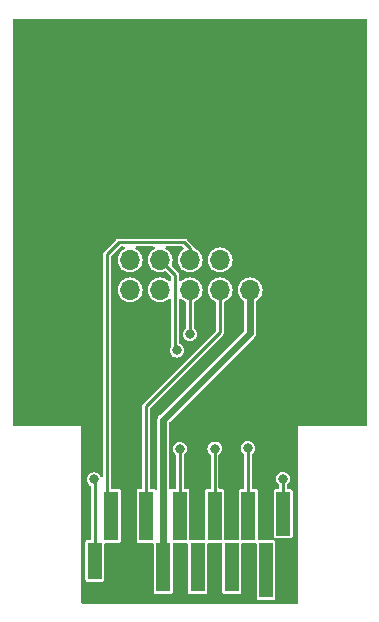
<source format=gbr>
%TF.GenerationSoftware,KiCad,Pcbnew,7.0.7*%
%TF.CreationDate,2024-03-02T19:00:10-05:00*%
%TF.ProjectId,BBAMemCardPCB,4242414d-656d-4436-9172-645043422e6b,rev?*%
%TF.SameCoordinates,Original*%
%TF.FileFunction,Copper,L1,Top*%
%TF.FilePolarity,Positive*%
%FSLAX46Y46*%
G04 Gerber Fmt 4.6, Leading zero omitted, Abs format (unit mm)*
G04 Created by KiCad (PCBNEW 7.0.7) date 2024-03-02 19:00:10*
%MOMM*%
%LPD*%
G01*
G04 APERTURE LIST*
%TA.AperFunction,ComponentPad*%
%ADD10R,1.700000X1.700000*%
%TD*%
%TA.AperFunction,ComponentPad*%
%ADD11O,1.700000X1.700000*%
%TD*%
%TA.AperFunction,SMDPad,CuDef*%
%ADD12R,1.187403X3.143131*%
%TD*%
%TA.AperFunction,SMDPad,CuDef*%
%ADD13R,1.187403X4.190840*%
%TD*%
%TA.AperFunction,SMDPad,CuDef*%
%ADD14R,1.187403X4.679771*%
%TD*%
%TA.AperFunction,SMDPad,CuDef*%
%ADD15R,1.187403X3.771756*%
%TD*%
%TA.AperFunction,ViaPad*%
%ADD16C,0.800000*%
%TD*%
%TA.AperFunction,Conductor*%
%ADD17C,0.250000*%
%TD*%
%TA.AperFunction,Conductor*%
%ADD18C,0.600000*%
%TD*%
G04 APERTURE END LIST*
D10*
%TO.P,J2,1,Pin_1*%
%TO.N,/GND*%
X144297400Y-93758000D03*
D11*
%TO.P,J2,2,Pin_2*%
%TO.N,/VCC*%
X144297400Y-96298000D03*
%TO.P,J2,3,Pin_3*%
%TO.N,/RST*%
X141757400Y-93758000D03*
%TO.P,J2,4,Pin_4*%
%TO.N,/CS*%
X141757400Y-96298000D03*
%TO.P,J2,5,Pin_5*%
%TO.N,/SCK*%
X139217400Y-93758000D03*
%TO.P,J2,6,Pin_6*%
%TO.N,/SI*%
X139217400Y-96298000D03*
%TO.P,J2,7,Pin_7*%
%TO.N,/SO*%
X136677400Y-93758000D03*
%TO.P,J2,8,Pin_8*%
%TO.N,/WOL*%
X136677400Y-96298000D03*
%TO.P,J2,9,Pin_9*%
%TO.N,/INT*%
X134137400Y-93758000D03*
%TO.P,J2,10,Pin_10*%
%TO.N,/CLK*%
X134137400Y-96298000D03*
%TD*%
D12*
%TO.P,J1,12,EXTOUT*%
%TO.N,Net-(J1-EXTIN)*%
X131148000Y-119229000D03*
D13*
%TO.P,J1,11,CLK*%
%TO.N,/SCK*%
X132548000Y-115429000D03*
D14*
%TO.P,J1,10,GND@10*%
%TO.N,/GND*%
X134048000Y-119979000D03*
D13*
%TO.P,J1,9,CS*%
%TO.N,/CS*%
X135498000Y-115429000D03*
%TO.P,J1,8,3V3@8*%
%TO.N,/VCC*%
X136948000Y-119779000D03*
%TO.P,J1,7,DI*%
%TO.N,/SO*%
X138348000Y-115429000D03*
%TO.P,J1,6,5V*%
%TO.N,unconnected-(J1-5V-Pad6)*%
X139848000Y-119779000D03*
%TO.P,J1,5,DO*%
%TO.N,/SI*%
X141298000Y-115429000D03*
%TO.P,J1,4,3V3@4*%
%TO.N,unconnected-(J1-3V3@4-Pad4)*%
X142748000Y-119779000D03*
%TO.P,J1,3,INT*%
%TO.N,/INT*%
X144148000Y-115429000D03*
D14*
%TO.P,J1,2,GND@2*%
%TO.N,unconnected-(J1-GND@2-Pad2)*%
X145648000Y-120029000D03*
D15*
%TO.P,J1,1,EXTIN*%
%TO.N,Net-(J1-EXTIN)*%
X147098000Y-115229000D03*
%TD*%
D16*
%TO.N,/GND*%
X152527000Y-92557600D03*
X147294600Y-74853800D03*
X140995400Y-75006200D03*
X132740400Y-75107800D03*
X125831600Y-98679000D03*
X125882400Y-92913200D03*
X125933200Y-86233000D03*
X125984000Y-79527400D03*
X152425400Y-74599800D03*
X125933200Y-74904600D03*
X152476200Y-79679800D03*
X152476200Y-86055200D03*
X152628600Y-99568000D03*
X125984000Y-105689400D03*
X135178800Y-102793800D03*
X139903200Y-107010200D03*
X142722600Y-107111800D03*
X152628600Y-106172000D03*
%TO.N,Net-(J1-EXTIN)*%
X147091400Y-112293400D03*
X131089400Y-112344200D03*
%TO.N,/GND*%
X134035800Y-109372400D03*
%TO.N,/INT*%
X144094200Y-109702600D03*
%TO.N,/SO*%
X138353800Y-109753400D03*
X138099800Y-101422200D03*
%TO.N,/SI*%
X141298000Y-109728000D03*
X139192000Y-100050600D03*
%TD*%
D17*
%TO.N,/SO*%
X138348000Y-109759200D02*
X138348000Y-115429000D01*
X138353800Y-109753400D02*
X138348000Y-109759200D01*
%TO.N,/SI*%
X141298000Y-109728000D02*
X141298000Y-115429000D01*
%TO.N,/INT*%
X144148000Y-109756400D02*
X144148000Y-115429000D01*
X144094200Y-109702600D02*
X144148000Y-109756400D01*
%TO.N,/SI*%
X139217400Y-100025200D02*
X139217400Y-96298000D01*
X139192000Y-100050600D02*
X139217400Y-100025200D01*
%TO.N,/SO*%
X137947400Y-101269800D02*
X137947400Y-95028000D01*
X138099800Y-101422200D02*
X137947400Y-101269800D01*
X137947400Y-95028000D02*
X136677400Y-93758000D01*
%TO.N,/SCK*%
X132181600Y-115062600D02*
X132548000Y-115429000D01*
X132181600Y-93294200D02*
X132181600Y-115062600D01*
X133197600Y-92278200D02*
X132181600Y-93294200D01*
X138709400Y-92278200D02*
X133197600Y-92278200D01*
X139217400Y-92786200D02*
X138709400Y-92278200D01*
X139217400Y-93758000D02*
X139217400Y-92786200D01*
%TO.N,/CS*%
X135498000Y-106157600D02*
X135498000Y-115429000D01*
X141757400Y-96298000D02*
X141757400Y-99898200D01*
X141757400Y-99898200D02*
X135498000Y-106157600D01*
D18*
%TO.N,/VCC*%
X136948000Y-107298400D02*
X136948000Y-119779000D01*
X144297400Y-99949000D02*
X136948000Y-107298400D01*
X144297400Y-96298000D02*
X144297400Y-99949000D01*
D17*
%TO.N,Net-(J1-EXTIN)*%
X147091400Y-112293400D02*
X147091400Y-115222400D01*
X147091400Y-115222400D02*
X147098000Y-115229000D01*
X131148000Y-112402800D02*
X131089400Y-112344200D01*
X131148000Y-119229000D02*
X131148000Y-112402800D01*
%TO.N,/GND*%
X134048000Y-109384600D02*
X134035800Y-109372400D01*
D18*
X134048000Y-119979000D02*
X134048000Y-109384600D01*
%TD*%
%TA.AperFunction,Conductor*%
%TO.N,/GND*%
G36*
X154133239Y-73339825D02*
G01*
X154178994Y-73392629D01*
X154190200Y-73444140D01*
X154190200Y-107695960D01*
X154170515Y-107762999D01*
X154117711Y-107808754D01*
X154066200Y-107819960D01*
X148416640Y-107819960D01*
X148416434Y-107819919D01*
X148391880Y-107819919D01*
X148391781Y-107819960D01*
X148391497Y-107820076D01*
X148391495Y-107820078D01*
X148391339Y-107820459D01*
X148391356Y-107845076D01*
X148391351Y-107845076D01*
X148391380Y-107845219D01*
X148391380Y-122735300D01*
X148371695Y-122802339D01*
X148318891Y-122848094D01*
X148267380Y-122859300D01*
X130116620Y-122859300D01*
X130049581Y-122839615D01*
X130003826Y-122786811D01*
X129992620Y-122735300D01*
X129992620Y-120820318D01*
X130353798Y-120820318D01*
X130365429Y-120878795D01*
X130365430Y-120878796D01*
X130409745Y-120945118D01*
X130476067Y-120989433D01*
X130476068Y-120989434D01*
X130534545Y-121001065D01*
X130534548Y-121001066D01*
X130534550Y-121001066D01*
X131761452Y-121001066D01*
X131761453Y-121001065D01*
X131776270Y-120998118D01*
X131819931Y-120989434D01*
X131819931Y-120989433D01*
X131819933Y-120989433D01*
X131886254Y-120945118D01*
X131930569Y-120878797D01*
X131930569Y-120878795D01*
X131930570Y-120878795D01*
X131942201Y-120820318D01*
X131942202Y-120820316D01*
X131942202Y-117848920D01*
X131961887Y-117781881D01*
X132014691Y-117736126D01*
X132066202Y-117724920D01*
X133161452Y-117724920D01*
X133161453Y-117724919D01*
X133176270Y-117721972D01*
X133219931Y-117713288D01*
X133219931Y-117713287D01*
X133219933Y-117713287D01*
X133286254Y-117668972D01*
X133330569Y-117602651D01*
X133330569Y-117602649D01*
X133330570Y-117602649D01*
X133339254Y-117558988D01*
X133342201Y-117544172D01*
X134703798Y-117544172D01*
X134715429Y-117602649D01*
X134715430Y-117602650D01*
X134759745Y-117668972D01*
X134826067Y-117713287D01*
X134826068Y-117713288D01*
X134884545Y-117724919D01*
X134884548Y-117724920D01*
X136029798Y-117724920D01*
X136096837Y-117744605D01*
X136142592Y-117797409D01*
X136153798Y-117848920D01*
X136153798Y-121894172D01*
X136165429Y-121952649D01*
X136165430Y-121952650D01*
X136209745Y-122018972D01*
X136276067Y-122063287D01*
X136276068Y-122063288D01*
X136334545Y-122074919D01*
X136334548Y-122074920D01*
X136334550Y-122074920D01*
X137561452Y-122074920D01*
X137561453Y-122074919D01*
X137576270Y-122071972D01*
X137619931Y-122063288D01*
X137619931Y-122063287D01*
X137619933Y-122063287D01*
X137686254Y-122018972D01*
X137730569Y-121952651D01*
X137730569Y-121952649D01*
X137730570Y-121952649D01*
X137742201Y-121894172D01*
X137742202Y-121894170D01*
X137742202Y-117848920D01*
X137761887Y-117781881D01*
X137814691Y-117736126D01*
X137866202Y-117724920D01*
X138929798Y-117724920D01*
X138996837Y-117744605D01*
X139042592Y-117797409D01*
X139053798Y-117848920D01*
X139053798Y-121894172D01*
X139065429Y-121952649D01*
X139065430Y-121952650D01*
X139109745Y-122018972D01*
X139176067Y-122063287D01*
X139176068Y-122063288D01*
X139234545Y-122074919D01*
X139234548Y-122074920D01*
X139234550Y-122074920D01*
X140461452Y-122074920D01*
X140461453Y-122074919D01*
X140476270Y-122071972D01*
X140519931Y-122063288D01*
X140519931Y-122063287D01*
X140519933Y-122063287D01*
X140586254Y-122018972D01*
X140630569Y-121952651D01*
X140630569Y-121952649D01*
X140630570Y-121952649D01*
X140642201Y-121894172D01*
X140642202Y-121894170D01*
X140642202Y-117848920D01*
X140661887Y-117781881D01*
X140714691Y-117736126D01*
X140766202Y-117724920D01*
X141829798Y-117724920D01*
X141896837Y-117744605D01*
X141942592Y-117797409D01*
X141953798Y-117848920D01*
X141953798Y-121894172D01*
X141965429Y-121952649D01*
X141965430Y-121952650D01*
X142009745Y-122018972D01*
X142076067Y-122063287D01*
X142076068Y-122063288D01*
X142134545Y-122074919D01*
X142134548Y-122074920D01*
X142134550Y-122074920D01*
X143361452Y-122074920D01*
X143361453Y-122074919D01*
X143376270Y-122071972D01*
X143419931Y-122063288D01*
X143419931Y-122063287D01*
X143419933Y-122063287D01*
X143486254Y-122018972D01*
X143530569Y-121952651D01*
X143530569Y-121952649D01*
X143530570Y-121952649D01*
X143542201Y-121894172D01*
X143542202Y-121894170D01*
X143542202Y-117848920D01*
X143561887Y-117781881D01*
X143614691Y-117736126D01*
X143666202Y-117724920D01*
X144729798Y-117724920D01*
X144796837Y-117744605D01*
X144842592Y-117797409D01*
X144853798Y-117848920D01*
X144853798Y-122388638D01*
X144865429Y-122447115D01*
X144865430Y-122447116D01*
X144909745Y-122513438D01*
X144976067Y-122557753D01*
X144976068Y-122557754D01*
X145034545Y-122569385D01*
X145034548Y-122569386D01*
X145034550Y-122569386D01*
X146261452Y-122569386D01*
X146261453Y-122569385D01*
X146276270Y-122566438D01*
X146319931Y-122557754D01*
X146319931Y-122557753D01*
X146319933Y-122557753D01*
X146386254Y-122513438D01*
X146430569Y-122447117D01*
X146430569Y-122447115D01*
X146430570Y-122447115D01*
X146442201Y-122388638D01*
X146442202Y-122388636D01*
X146442202Y-117669363D01*
X146442201Y-117669361D01*
X146430570Y-117610884D01*
X146430569Y-117610883D01*
X146386254Y-117544561D01*
X146374529Y-117536727D01*
X146335417Y-117489925D01*
X146335382Y-117489947D01*
X146278386Y-117491982D01*
X146261454Y-117488614D01*
X146261450Y-117488614D01*
X145066202Y-117488614D01*
X144999163Y-117468929D01*
X144953408Y-117416125D01*
X144942202Y-117364614D01*
X144942202Y-117134630D01*
X146303798Y-117134630D01*
X146315429Y-117193107D01*
X146315430Y-117193108D01*
X146359744Y-117259429D01*
X146371469Y-117267263D01*
X146410582Y-117314066D01*
X146410619Y-117314044D01*
X146467613Y-117312009D01*
X146484550Y-117315378D01*
X146484551Y-117315378D01*
X147711452Y-117315378D01*
X147711453Y-117315377D01*
X147728387Y-117312009D01*
X147769931Y-117303746D01*
X147769931Y-117303745D01*
X147769933Y-117303745D01*
X147836254Y-117259430D01*
X147880569Y-117193109D01*
X147880569Y-117193107D01*
X147880570Y-117193107D01*
X147892201Y-117134630D01*
X147892202Y-117134628D01*
X147892202Y-113323371D01*
X147892201Y-113323369D01*
X147880570Y-113264892D01*
X147880569Y-113264891D01*
X147836254Y-113198569D01*
X147769932Y-113154254D01*
X147769931Y-113154253D01*
X147711454Y-113142622D01*
X147711450Y-113142622D01*
X147540900Y-113142622D01*
X147473861Y-113122937D01*
X147428106Y-113070133D01*
X147416900Y-113018622D01*
X147416900Y-112861698D01*
X147436585Y-112794659D01*
X147465410Y-112763325D01*
X147519682Y-112721682D01*
X147615936Y-112596241D01*
X147676444Y-112450162D01*
X147697082Y-112293400D01*
X147676444Y-112136638D01*
X147615936Y-111990559D01*
X147519682Y-111865118D01*
X147394241Y-111768864D01*
X147370801Y-111759155D01*
X147248162Y-111708356D01*
X147248160Y-111708355D01*
X147091401Y-111687718D01*
X147091399Y-111687718D01*
X146934639Y-111708355D01*
X146934637Y-111708356D01*
X146788560Y-111768863D01*
X146663118Y-111865118D01*
X146566863Y-111990560D01*
X146506356Y-112136637D01*
X146506355Y-112136639D01*
X146485718Y-112293398D01*
X146485718Y-112293401D01*
X146506355Y-112450160D01*
X146506356Y-112450162D01*
X146561769Y-112583942D01*
X146566864Y-112596241D01*
X146663118Y-112721682D01*
X146717387Y-112763324D01*
X146758589Y-112819749D01*
X146765900Y-112861698D01*
X146765900Y-113018622D01*
X146746215Y-113085661D01*
X146693411Y-113131416D01*
X146641900Y-113142622D01*
X146484545Y-113142622D01*
X146426068Y-113154253D01*
X146426067Y-113154254D01*
X146359745Y-113198569D01*
X146315430Y-113264891D01*
X146315429Y-113264892D01*
X146303798Y-113323369D01*
X146303798Y-117134630D01*
X144942202Y-117134630D01*
X144942202Y-113313829D01*
X144942201Y-113313827D01*
X144930570Y-113255350D01*
X144930569Y-113255349D01*
X144886254Y-113189027D01*
X144819932Y-113144712D01*
X144819931Y-113144711D01*
X144761454Y-113133080D01*
X144761450Y-113133080D01*
X144597500Y-113133080D01*
X144530461Y-113113395D01*
X144484706Y-113060591D01*
X144473500Y-113009080D01*
X144473500Y-110229616D01*
X144493185Y-110162577D01*
X144516902Y-110136796D01*
X144516735Y-110136629D01*
X144520767Y-110132596D01*
X144522015Y-110131239D01*
X144522482Y-110130882D01*
X144618736Y-110005441D01*
X144679244Y-109859362D01*
X144699882Y-109702600D01*
X144679244Y-109545838D01*
X144618736Y-109399759D01*
X144522482Y-109274318D01*
X144397041Y-109178064D01*
X144373601Y-109168355D01*
X144250962Y-109117556D01*
X144250960Y-109117555D01*
X144094201Y-109096918D01*
X144094199Y-109096918D01*
X143937439Y-109117555D01*
X143937437Y-109117556D01*
X143791360Y-109178063D01*
X143665918Y-109274318D01*
X143569663Y-109399760D01*
X143509156Y-109545837D01*
X143509155Y-109545839D01*
X143488518Y-109702598D01*
X143488518Y-109702601D01*
X143509155Y-109859360D01*
X143509156Y-109859362D01*
X143569664Y-110005441D01*
X143665916Y-110130879D01*
X143665919Y-110130883D01*
X143773986Y-110213805D01*
X143815189Y-110270233D01*
X143822500Y-110312181D01*
X143822500Y-113009080D01*
X143802815Y-113076119D01*
X143750011Y-113121874D01*
X143698500Y-113133080D01*
X143534545Y-113133080D01*
X143476068Y-113144711D01*
X143476067Y-113144712D01*
X143409745Y-113189027D01*
X143365430Y-113255349D01*
X143365429Y-113255350D01*
X143353798Y-113313827D01*
X143353798Y-117359080D01*
X143334113Y-117426119D01*
X143281309Y-117471874D01*
X143229798Y-117483080D01*
X142216202Y-117483080D01*
X142149163Y-117463395D01*
X142103408Y-117410591D01*
X142092202Y-117359080D01*
X142092202Y-113313829D01*
X142092201Y-113313827D01*
X142080570Y-113255350D01*
X142080569Y-113255349D01*
X142036254Y-113189027D01*
X141969932Y-113144712D01*
X141969931Y-113144711D01*
X141911454Y-113133080D01*
X141911450Y-113133080D01*
X141747500Y-113133080D01*
X141680461Y-113113395D01*
X141634706Y-113060591D01*
X141623500Y-113009080D01*
X141623500Y-110296298D01*
X141643185Y-110229259D01*
X141672010Y-110197925D01*
X141726282Y-110156282D01*
X141822536Y-110030841D01*
X141883044Y-109884762D01*
X141903682Y-109728000D01*
X141883044Y-109571238D01*
X141822536Y-109425159D01*
X141726282Y-109299718D01*
X141600841Y-109203464D01*
X141454762Y-109142956D01*
X141454760Y-109142955D01*
X141298001Y-109122318D01*
X141297999Y-109122318D01*
X141141239Y-109142955D01*
X141141237Y-109142956D01*
X140995160Y-109203463D01*
X140869718Y-109299718D01*
X140773463Y-109425160D01*
X140712956Y-109571237D01*
X140712955Y-109571239D01*
X140692318Y-109727998D01*
X140692318Y-109728001D01*
X140712955Y-109884760D01*
X140712956Y-109884762D01*
X140773464Y-110030841D01*
X140869718Y-110156282D01*
X140923987Y-110197924D01*
X140965189Y-110254349D01*
X140972500Y-110296298D01*
X140972500Y-113009080D01*
X140952815Y-113076119D01*
X140900011Y-113121874D01*
X140848500Y-113133080D01*
X140684545Y-113133080D01*
X140626068Y-113144711D01*
X140626067Y-113144712D01*
X140559745Y-113189027D01*
X140515430Y-113255349D01*
X140515429Y-113255350D01*
X140503798Y-113313827D01*
X140503798Y-117359080D01*
X140484113Y-117426119D01*
X140431309Y-117471874D01*
X140379798Y-117483080D01*
X139266202Y-117483080D01*
X139199163Y-117463395D01*
X139153408Y-117410591D01*
X139142202Y-117359080D01*
X139142202Y-113313829D01*
X139142201Y-113313827D01*
X139130570Y-113255350D01*
X139130569Y-113255349D01*
X139086254Y-113189027D01*
X139019932Y-113144712D01*
X139019931Y-113144711D01*
X138961454Y-113133080D01*
X138961450Y-113133080D01*
X138797500Y-113133080D01*
X138730461Y-113113395D01*
X138684706Y-113060591D01*
X138673500Y-113009080D01*
X138673500Y-110326149D01*
X138693185Y-110259110D01*
X138722014Y-110227773D01*
X138782082Y-110181682D01*
X138878336Y-110056241D01*
X138938844Y-109910162D01*
X138959482Y-109753400D01*
X138938844Y-109596638D01*
X138878336Y-109450559D01*
X138782082Y-109325118D01*
X138656641Y-109228864D01*
X138510562Y-109168356D01*
X138510560Y-109168355D01*
X138353801Y-109147718D01*
X138353799Y-109147718D01*
X138197039Y-109168355D01*
X138197037Y-109168356D01*
X138050960Y-109228863D01*
X137925518Y-109325118D01*
X137829263Y-109450560D01*
X137768756Y-109596637D01*
X137768755Y-109596639D01*
X137748118Y-109753398D01*
X137748118Y-109753401D01*
X137768755Y-109910160D01*
X137768756Y-109910162D01*
X137829264Y-110056241D01*
X137925518Y-110181682D01*
X137973985Y-110218872D01*
X138015188Y-110275298D01*
X138022500Y-110317248D01*
X138022500Y-113009080D01*
X138002815Y-113076119D01*
X137950011Y-113121874D01*
X137898500Y-113133080D01*
X137734545Y-113133080D01*
X137676068Y-113144711D01*
X137676068Y-113144712D01*
X137641390Y-113167883D01*
X137574712Y-113188760D01*
X137507332Y-113170275D01*
X137460643Y-113118296D01*
X137448500Y-113064780D01*
X137448500Y-107557075D01*
X137468185Y-107490036D01*
X137484814Y-107469399D01*
X144603831Y-100350381D01*
X144624468Y-100333751D01*
X144628528Y-100331143D01*
X144662509Y-100291925D01*
X144665492Y-100288720D01*
X144676621Y-100277593D01*
X144686037Y-100265014D01*
X144688817Y-100261564D01*
X144722777Y-100222373D01*
X144724775Y-100217995D01*
X144738307Y-100195189D01*
X144741196Y-100191331D01*
X144759322Y-100142728D01*
X144761014Y-100138645D01*
X144761122Y-100138408D01*
X144782565Y-100091457D01*
X144783250Y-100086685D01*
X144789809Y-100060992D01*
X144791491Y-100056483D01*
X144795191Y-100004740D01*
X144795665Y-100000340D01*
X144797900Y-99984799D01*
X144797900Y-99969094D01*
X144798058Y-99964669D01*
X144801759Y-99912927D01*
X144800732Y-99908206D01*
X144797900Y-99881858D01*
X144797900Y-97295948D01*
X144817585Y-97228909D01*
X144863447Y-97186590D01*
X144883850Y-97175685D01*
X145043810Y-97044410D01*
X145175085Y-96884450D01*
X145272632Y-96701954D01*
X145332700Y-96503934D01*
X145352983Y-96298000D01*
X145332700Y-96092066D01*
X145272632Y-95894046D01*
X145175085Y-95711550D01*
X145063143Y-95575147D01*
X145043810Y-95551589D01*
X144883852Y-95420317D01*
X144883853Y-95420317D01*
X144883850Y-95420315D01*
X144701354Y-95322768D01*
X144503334Y-95262700D01*
X144503332Y-95262699D01*
X144503334Y-95262699D01*
X144315863Y-95244235D01*
X144297400Y-95242417D01*
X144297399Y-95242417D01*
X144091467Y-95262699D01*
X143893443Y-95322769D01*
X143783298Y-95381643D01*
X143710950Y-95420315D01*
X143710948Y-95420316D01*
X143710947Y-95420317D01*
X143550989Y-95551589D01*
X143419717Y-95711547D01*
X143322169Y-95894043D01*
X143262099Y-96092067D01*
X143241817Y-96298000D01*
X143262099Y-96503932D01*
X143262100Y-96503934D01*
X143322168Y-96701954D01*
X143419715Y-96884450D01*
X143419717Y-96884452D01*
X143550989Y-97044410D01*
X143594108Y-97079796D01*
X143710950Y-97175685D01*
X143731352Y-97186590D01*
X143781196Y-97235549D01*
X143796900Y-97295948D01*
X143796900Y-99690323D01*
X143777215Y-99757362D01*
X143760581Y-99778004D01*
X136641568Y-106897016D01*
X136620938Y-106913643D01*
X136616876Y-106916254D01*
X136616867Y-106916261D01*
X136582905Y-106955455D01*
X136579892Y-106958691D01*
X136568781Y-106969802D01*
X136559354Y-106982396D01*
X136556587Y-106985828D01*
X136543375Y-107001076D01*
X136522623Y-107025026D01*
X136522617Y-107025036D01*
X136520615Y-107029420D01*
X136507100Y-107052199D01*
X136504206Y-107056064D01*
X136504200Y-107056075D01*
X136486078Y-107104664D01*
X136484385Y-107108753D01*
X136462835Y-107155943D01*
X136462833Y-107155950D01*
X136462146Y-107160727D01*
X136455598Y-107186386D01*
X136453910Y-107190913D01*
X136453909Y-107190917D01*
X136450207Y-107242660D01*
X136449734Y-107247056D01*
X136447500Y-107262599D01*
X136447500Y-107278304D01*
X136447342Y-107282729D01*
X136443641Y-107334469D01*
X136443641Y-107334473D01*
X136444666Y-107339185D01*
X136447500Y-107365543D01*
X136447500Y-113100910D01*
X136427815Y-113167949D01*
X136375011Y-113213704D01*
X136305853Y-113223648D01*
X136242297Y-113194623D01*
X136236369Y-113189104D01*
X136169932Y-113144712D01*
X136169931Y-113144711D01*
X136111454Y-113133080D01*
X136111450Y-113133080D01*
X135947500Y-113133080D01*
X135880461Y-113113395D01*
X135834706Y-113060591D01*
X135823500Y-113009080D01*
X135823500Y-106343788D01*
X135843185Y-106276749D01*
X135859819Y-106256107D01*
X136200456Y-105915470D01*
X141975610Y-100140315D01*
X141979572Y-100136684D01*
X142010594Y-100110655D01*
X142030844Y-100075579D01*
X142033728Y-100071052D01*
X142056954Y-100037884D01*
X142056954Y-100037881D01*
X142059219Y-100033024D01*
X142066147Y-100016299D01*
X142067987Y-100011246D01*
X142067988Y-100011245D01*
X142075021Y-99971350D01*
X142076177Y-99966137D01*
X142086663Y-99927007D01*
X142083135Y-99886689D01*
X142082900Y-99881286D01*
X142082900Y-97388583D01*
X142102585Y-97321544D01*
X142155389Y-97275789D01*
X142159449Y-97274021D01*
X142161345Y-97273234D01*
X142161354Y-97273232D01*
X142343850Y-97175685D01*
X142503810Y-97044410D01*
X142635085Y-96884450D01*
X142732632Y-96701954D01*
X142792700Y-96503934D01*
X142812983Y-96298000D01*
X142792700Y-96092066D01*
X142732632Y-95894046D01*
X142635085Y-95711550D01*
X142523143Y-95575147D01*
X142503810Y-95551589D01*
X142343852Y-95420317D01*
X142343853Y-95420317D01*
X142343850Y-95420315D01*
X142161354Y-95322768D01*
X141963334Y-95262700D01*
X141963332Y-95262699D01*
X141963334Y-95262699D01*
X141775863Y-95244235D01*
X141757400Y-95242417D01*
X141757399Y-95242417D01*
X141551467Y-95262699D01*
X141353443Y-95322769D01*
X141243298Y-95381643D01*
X141170950Y-95420315D01*
X141170948Y-95420316D01*
X141170947Y-95420317D01*
X141010989Y-95551589D01*
X140879717Y-95711547D01*
X140782169Y-95894043D01*
X140722099Y-96092067D01*
X140701817Y-96298000D01*
X140722099Y-96503932D01*
X140722100Y-96503934D01*
X140782168Y-96701954D01*
X140879715Y-96884450D01*
X140879717Y-96884452D01*
X141010989Y-97044410D01*
X141054108Y-97079796D01*
X141170950Y-97175685D01*
X141353446Y-97273232D01*
X141353451Y-97273233D01*
X141355351Y-97274021D01*
X141356196Y-97274701D01*
X141358819Y-97276104D01*
X141358553Y-97276601D01*
X141409755Y-97317862D01*
X141431821Y-97384156D01*
X141431900Y-97388583D01*
X141431900Y-99712011D01*
X141412215Y-99779050D01*
X141395581Y-99799692D01*
X135279803Y-105915470D01*
X135275814Y-105919125D01*
X135244805Y-105945145D01*
X135224562Y-105980206D01*
X135221656Y-105984766D01*
X135198446Y-106017913D01*
X135196206Y-106022717D01*
X135189229Y-106039561D01*
X135187410Y-106044559D01*
X135180383Y-106084411D01*
X135179212Y-106089691D01*
X135168735Y-106128791D01*
X135172264Y-106169113D01*
X135172500Y-106174520D01*
X135172500Y-113009080D01*
X135152815Y-113076119D01*
X135100011Y-113121874D01*
X135048500Y-113133080D01*
X134884545Y-113133080D01*
X134826068Y-113144711D01*
X134826067Y-113144712D01*
X134759745Y-113189027D01*
X134715430Y-113255349D01*
X134715429Y-113255350D01*
X134703798Y-113313827D01*
X134703798Y-117544172D01*
X133342201Y-117544172D01*
X133342202Y-117544168D01*
X133342202Y-113313832D01*
X133342202Y-113313829D01*
X133342201Y-113313827D01*
X133330570Y-113255350D01*
X133330569Y-113255349D01*
X133286254Y-113189027D01*
X133219932Y-113144712D01*
X133219931Y-113144711D01*
X133161454Y-113133080D01*
X133161450Y-113133080D01*
X132631100Y-113133080D01*
X132564061Y-113113395D01*
X132518306Y-113060591D01*
X132507100Y-113009080D01*
X132507099Y-96298000D01*
X133081817Y-96298000D01*
X133102099Y-96503932D01*
X133102100Y-96503934D01*
X133162168Y-96701954D01*
X133259715Y-96884450D01*
X133259717Y-96884452D01*
X133390989Y-97044410D01*
X133434108Y-97079796D01*
X133550950Y-97175685D01*
X133733446Y-97273232D01*
X133931466Y-97333300D01*
X133931465Y-97333300D01*
X133949929Y-97335118D01*
X134137400Y-97353583D01*
X134343334Y-97333300D01*
X134541354Y-97273232D01*
X134723850Y-97175685D01*
X134883810Y-97044410D01*
X135015085Y-96884450D01*
X135112632Y-96701954D01*
X135172700Y-96503934D01*
X135192983Y-96298000D01*
X135172700Y-96092066D01*
X135112632Y-95894046D01*
X135015085Y-95711550D01*
X134903143Y-95575147D01*
X134883810Y-95551589D01*
X134723852Y-95420317D01*
X134723853Y-95420317D01*
X134723850Y-95420315D01*
X134541354Y-95322768D01*
X134343334Y-95262700D01*
X134343332Y-95262699D01*
X134343334Y-95262699D01*
X134137400Y-95242417D01*
X133931467Y-95262699D01*
X133733443Y-95322769D01*
X133623298Y-95381643D01*
X133550950Y-95420315D01*
X133550948Y-95420316D01*
X133550947Y-95420317D01*
X133390989Y-95551589D01*
X133259717Y-95711547D01*
X133162169Y-95894043D01*
X133102099Y-96092067D01*
X133081817Y-96298000D01*
X132507099Y-96298000D01*
X132507099Y-93480388D01*
X132526784Y-93413349D01*
X132543418Y-93392707D01*
X133296107Y-92640019D01*
X133357430Y-92606534D01*
X133383788Y-92603700D01*
X133573424Y-92603700D01*
X133640463Y-92623385D01*
X133686218Y-92676189D01*
X133696162Y-92745347D01*
X133667137Y-92808903D01*
X133631879Y-92837057D01*
X133550950Y-92880315D01*
X133550948Y-92880316D01*
X133550947Y-92880317D01*
X133390989Y-93011589D01*
X133273694Y-93154516D01*
X133259715Y-93171550D01*
X133254581Y-93181155D01*
X133162169Y-93354043D01*
X133102099Y-93552067D01*
X133081817Y-93757999D01*
X133102099Y-93963932D01*
X133102100Y-93963934D01*
X133162168Y-94161954D01*
X133259715Y-94344450D01*
X133259717Y-94344452D01*
X133390989Y-94504410D01*
X133487609Y-94583702D01*
X133550950Y-94635685D01*
X133733446Y-94733232D01*
X133931466Y-94793300D01*
X133931465Y-94793300D01*
X133949929Y-94795118D01*
X134137400Y-94813583D01*
X134343334Y-94793300D01*
X134541354Y-94733232D01*
X134723850Y-94635685D01*
X134883810Y-94504410D01*
X135015085Y-94344450D01*
X135112632Y-94161954D01*
X135172700Y-93963934D01*
X135192983Y-93758000D01*
X135172700Y-93552066D01*
X135112632Y-93354046D01*
X135015085Y-93171550D01*
X134963102Y-93108209D01*
X134883810Y-93011589D01*
X134723852Y-92880317D01*
X134723853Y-92880317D01*
X134723850Y-92880315D01*
X134642921Y-92837057D01*
X134593078Y-92788095D01*
X134577618Y-92719957D01*
X134601450Y-92654278D01*
X134657008Y-92611909D01*
X134701376Y-92603700D01*
X136113424Y-92603700D01*
X136180463Y-92623385D01*
X136226218Y-92676189D01*
X136236162Y-92745347D01*
X136207137Y-92808903D01*
X136171879Y-92837057D01*
X136090950Y-92880315D01*
X136090948Y-92880316D01*
X136090947Y-92880317D01*
X135930989Y-93011589D01*
X135813694Y-93154516D01*
X135799715Y-93171550D01*
X135794581Y-93181155D01*
X135702169Y-93354043D01*
X135642099Y-93552067D01*
X135621817Y-93757999D01*
X135642099Y-93963932D01*
X135642100Y-93963934D01*
X135702168Y-94161954D01*
X135799715Y-94344450D01*
X135799717Y-94344452D01*
X135930989Y-94504410D01*
X136027609Y-94583702D01*
X136090950Y-94635685D01*
X136273446Y-94733232D01*
X136471466Y-94793300D01*
X136471465Y-94793300D01*
X136489929Y-94795118D01*
X136677400Y-94813583D01*
X136883334Y-94793300D01*
X137081354Y-94733232D01*
X137081369Y-94733223D01*
X137083243Y-94732448D01*
X137084318Y-94732332D01*
X137087184Y-94731463D01*
X137087348Y-94732005D01*
X137152711Y-94724969D01*
X137215195Y-94756234D01*
X137218394Y-94759321D01*
X137585581Y-95126507D01*
X137619066Y-95187830D01*
X137621900Y-95214188D01*
X137621900Y-95451981D01*
X137602215Y-95519020D01*
X137549411Y-95564775D01*
X137480253Y-95574719D01*
X137419236Y-95547835D01*
X137263853Y-95420317D01*
X137263851Y-95420316D01*
X137263850Y-95420315D01*
X137081354Y-95322768D01*
X136883334Y-95262700D01*
X136883332Y-95262699D01*
X136883334Y-95262699D01*
X136677400Y-95242417D01*
X136471467Y-95262699D01*
X136273443Y-95322769D01*
X136163298Y-95381643D01*
X136090950Y-95420315D01*
X136090948Y-95420316D01*
X136090947Y-95420317D01*
X135930989Y-95551589D01*
X135799717Y-95711547D01*
X135702169Y-95894043D01*
X135642099Y-96092067D01*
X135621817Y-96298000D01*
X135642099Y-96503932D01*
X135642100Y-96503934D01*
X135702168Y-96701954D01*
X135799715Y-96884450D01*
X135799717Y-96884452D01*
X135930989Y-97044410D01*
X135974108Y-97079796D01*
X136090950Y-97175685D01*
X136273446Y-97273232D01*
X136471466Y-97333300D01*
X136471465Y-97333300D01*
X136489929Y-97335118D01*
X136677400Y-97353583D01*
X136883334Y-97333300D01*
X137081354Y-97273232D01*
X137263850Y-97175685D01*
X137419235Y-97048164D01*
X137483546Y-97020852D01*
X137552413Y-97032643D01*
X137603973Y-97079796D01*
X137621900Y-97144018D01*
X137621900Y-101016489D01*
X137602215Y-101083528D01*
X137596276Y-101091975D01*
X137575264Y-101119357D01*
X137514756Y-101265437D01*
X137514755Y-101265439D01*
X137494118Y-101422198D01*
X137494118Y-101422201D01*
X137514755Y-101578960D01*
X137514756Y-101578962D01*
X137575264Y-101725041D01*
X137671518Y-101850482D01*
X137796959Y-101946736D01*
X137943038Y-102007244D01*
X138021418Y-102017563D01*
X138099799Y-102027882D01*
X138099800Y-102027882D01*
X138099801Y-102027882D01*
X138152053Y-102021002D01*
X138256562Y-102007244D01*
X138402641Y-101946736D01*
X138528082Y-101850482D01*
X138624336Y-101725041D01*
X138684844Y-101578962D01*
X138705482Y-101422200D01*
X138684844Y-101265438D01*
X138624336Y-101119359D01*
X138528082Y-100993918D01*
X138528080Y-100993917D01*
X138528080Y-100993916D01*
X138402641Y-100897664D01*
X138402634Y-100897660D01*
X138349446Y-100875628D01*
X138295043Y-100831787D01*
X138272979Y-100765492D01*
X138272900Y-100761068D01*
X138272900Y-97144018D01*
X138292585Y-97076979D01*
X138345389Y-97031224D01*
X138414547Y-97021280D01*
X138475564Y-97048164D01*
X138630950Y-97175685D01*
X138813446Y-97273232D01*
X138813451Y-97273233D01*
X138815351Y-97274021D01*
X138816196Y-97274701D01*
X138818819Y-97276104D01*
X138818553Y-97276601D01*
X138869755Y-97317862D01*
X138891821Y-97384156D01*
X138891900Y-97388583D01*
X138891900Y-99462810D01*
X138872215Y-99529849D01*
X138843387Y-99561185D01*
X138763720Y-99622316D01*
X138667463Y-99747760D01*
X138606956Y-99893837D01*
X138606955Y-99893839D01*
X138586318Y-100050598D01*
X138586318Y-100050601D01*
X138606955Y-100207360D01*
X138606956Y-100207362D01*
X138666198Y-100350386D01*
X138667464Y-100353441D01*
X138763718Y-100478882D01*
X138889159Y-100575136D01*
X139035238Y-100635644D01*
X139113618Y-100645963D01*
X139191999Y-100656282D01*
X139192000Y-100656282D01*
X139192001Y-100656282D01*
X139244253Y-100649402D01*
X139348762Y-100635644D01*
X139494841Y-100575136D01*
X139620282Y-100478882D01*
X139716536Y-100353441D01*
X139777044Y-100207362D01*
X139796907Y-100056484D01*
X139797682Y-100050601D01*
X139797682Y-100050598D01*
X139778937Y-99908214D01*
X139777044Y-99893838D01*
X139716536Y-99747759D01*
X139620282Y-99622318D01*
X139620279Y-99622316D01*
X139620278Y-99622314D01*
X139591413Y-99600165D01*
X139550211Y-99543737D01*
X139542900Y-99501790D01*
X139542900Y-97388583D01*
X139562585Y-97321544D01*
X139615389Y-97275789D01*
X139619449Y-97274021D01*
X139621345Y-97273234D01*
X139621354Y-97273232D01*
X139803850Y-97175685D01*
X139963810Y-97044410D01*
X140095085Y-96884450D01*
X140192632Y-96701954D01*
X140252700Y-96503934D01*
X140272983Y-96298000D01*
X140252700Y-96092066D01*
X140192632Y-95894046D01*
X140095085Y-95711550D01*
X139983143Y-95575147D01*
X139963810Y-95551589D01*
X139803852Y-95420317D01*
X139803853Y-95420317D01*
X139803850Y-95420315D01*
X139621354Y-95322768D01*
X139423334Y-95262700D01*
X139423332Y-95262699D01*
X139423334Y-95262699D01*
X139217400Y-95242417D01*
X139011467Y-95262699D01*
X138813443Y-95322769D01*
X138630946Y-95420317D01*
X138475564Y-95547835D01*
X138411254Y-95575147D01*
X138342387Y-95563356D01*
X138290827Y-95516203D01*
X138272900Y-95451981D01*
X138272900Y-95044912D01*
X138273136Y-95039506D01*
X138276663Y-94999191D01*
X138266185Y-94960090D01*
X138265018Y-94954830D01*
X138257988Y-94914955D01*
X138257987Y-94914953D01*
X138256160Y-94909933D01*
X138249220Y-94893176D01*
X138246954Y-94888319D01*
X138246954Y-94888316D01*
X138223737Y-94855159D01*
X138220835Y-94850605D01*
X138200594Y-94815545D01*
X138169582Y-94789522D01*
X138165610Y-94785883D01*
X137678721Y-94298994D01*
X137645236Y-94237671D01*
X137650220Y-94167979D01*
X137651848Y-94163843D01*
X137652623Y-94161969D01*
X137652632Y-94161954D01*
X137712700Y-93963934D01*
X137732983Y-93758000D01*
X137712700Y-93552066D01*
X137652632Y-93354046D01*
X137555085Y-93171550D01*
X137503102Y-93108209D01*
X137423810Y-93011589D01*
X137263852Y-92880317D01*
X137263853Y-92880317D01*
X137263850Y-92880315D01*
X137182921Y-92837057D01*
X137133078Y-92788095D01*
X137117618Y-92719957D01*
X137141450Y-92654278D01*
X137197008Y-92611909D01*
X137241376Y-92603700D01*
X138523212Y-92603700D01*
X138590251Y-92623385D01*
X138610893Y-92640019D01*
X138656249Y-92685375D01*
X138689734Y-92746698D01*
X138684750Y-92816390D01*
X138642878Y-92872323D01*
X138635898Y-92876767D01*
X138636010Y-92876934D01*
X138630950Y-92880314D01*
X138470989Y-93011589D01*
X138353694Y-93154516D01*
X138339715Y-93171550D01*
X138334581Y-93181155D01*
X138242169Y-93354043D01*
X138182099Y-93552067D01*
X138161817Y-93758000D01*
X138182099Y-93963932D01*
X138182100Y-93963934D01*
X138242168Y-94161954D01*
X138339715Y-94344450D01*
X138339717Y-94344452D01*
X138470989Y-94504410D01*
X138567609Y-94583702D01*
X138630950Y-94635685D01*
X138813446Y-94733232D01*
X139011466Y-94793300D01*
X139011465Y-94793300D01*
X139031747Y-94795297D01*
X139217400Y-94813583D01*
X139423334Y-94793300D01*
X139621354Y-94733232D01*
X139803850Y-94635685D01*
X139963810Y-94504410D01*
X140095085Y-94344450D01*
X140192632Y-94161954D01*
X140252700Y-93963934D01*
X140272983Y-93758000D01*
X140272983Y-93757999D01*
X140701817Y-93757999D01*
X140722099Y-93963932D01*
X140722100Y-93963934D01*
X140782168Y-94161954D01*
X140879715Y-94344450D01*
X140879717Y-94344452D01*
X141010989Y-94504410D01*
X141107609Y-94583702D01*
X141170950Y-94635685D01*
X141353446Y-94733232D01*
X141551466Y-94793300D01*
X141551465Y-94793300D01*
X141569929Y-94795118D01*
X141757400Y-94813583D01*
X141963334Y-94793300D01*
X142161354Y-94733232D01*
X142343850Y-94635685D01*
X142503810Y-94504410D01*
X142635085Y-94344450D01*
X142732632Y-94161954D01*
X142792700Y-93963934D01*
X142812983Y-93758000D01*
X142792700Y-93552066D01*
X142732632Y-93354046D01*
X142635085Y-93171550D01*
X142583102Y-93108209D01*
X142503810Y-93011589D01*
X142343852Y-92880317D01*
X142343853Y-92880317D01*
X142343850Y-92880315D01*
X142161354Y-92782768D01*
X141963334Y-92722700D01*
X141963332Y-92722699D01*
X141963334Y-92722699D01*
X141757400Y-92702417D01*
X141551467Y-92722699D01*
X141376092Y-92775898D01*
X141358774Y-92781152D01*
X141353443Y-92782769D01*
X141314474Y-92803599D01*
X141170950Y-92880315D01*
X141170948Y-92880316D01*
X141170947Y-92880317D01*
X141010989Y-93011589D01*
X140893694Y-93154516D01*
X140879715Y-93171550D01*
X140874581Y-93181155D01*
X140782169Y-93354043D01*
X140722099Y-93552067D01*
X140701817Y-93757999D01*
X140272983Y-93757999D01*
X140252700Y-93552066D01*
X140192632Y-93354046D01*
X140095085Y-93171550D01*
X140043102Y-93108209D01*
X139963810Y-93011589D01*
X139803852Y-92880317D01*
X139803853Y-92880317D01*
X139803850Y-92880315D01*
X139621354Y-92782768D01*
X139616023Y-92781150D01*
X139557586Y-92742854D01*
X139529903Y-92684018D01*
X139527988Y-92673155D01*
X139527987Y-92673153D01*
X139526165Y-92668147D01*
X139519215Y-92651368D01*
X139516954Y-92646519D01*
X139516953Y-92646518D01*
X139516953Y-92646516D01*
X139493733Y-92613354D01*
X139490835Y-92608804D01*
X139487245Y-92602587D01*
X139470594Y-92573745D01*
X139470591Y-92573742D01*
X139470590Y-92573741D01*
X139453589Y-92559476D01*
X139439582Y-92547722D01*
X139435610Y-92544083D01*
X138951519Y-92059993D01*
X138947874Y-92056014D01*
X138921856Y-92025007D01*
X138921855Y-92025006D01*
X138910458Y-92018426D01*
X138886792Y-92004761D01*
X138882231Y-92001855D01*
X138869087Y-91992652D01*
X138849084Y-91978646D01*
X138849081Y-91978645D01*
X138844261Y-91976397D01*
X138827455Y-91969435D01*
X138822443Y-91967611D01*
X138782590Y-91960583D01*
X138777310Y-91959412D01*
X138738208Y-91948935D01*
X138703292Y-91951990D01*
X138697881Y-91952464D01*
X138692478Y-91952700D01*
X133214522Y-91952700D01*
X133209118Y-91952464D01*
X133203707Y-91951990D01*
X133168792Y-91948935D01*
X133168791Y-91948935D01*
X133129691Y-91959412D01*
X133124411Y-91960583D01*
X133084559Y-91967610D01*
X133079561Y-91969429D01*
X133062717Y-91976406D01*
X133057913Y-91978646D01*
X133024766Y-92001856D01*
X133020206Y-92004762D01*
X132985148Y-92025004D01*
X132985140Y-92025010D01*
X132959123Y-92056015D01*
X132955469Y-92060004D01*
X131963403Y-93052070D01*
X131959414Y-93055725D01*
X131928405Y-93081745D01*
X131908162Y-93116806D01*
X131905256Y-93121366D01*
X131882046Y-93154513D01*
X131879806Y-93159317D01*
X131872829Y-93176161D01*
X131871010Y-93181159D01*
X131863983Y-93221011D01*
X131862812Y-93226291D01*
X131852335Y-93265391D01*
X131852335Y-93265394D01*
X131855863Y-93305715D01*
X131856099Y-93311120D01*
X131856099Y-112002602D01*
X131836414Y-112069641D01*
X131783610Y-112115396D01*
X131714452Y-112125340D01*
X131650896Y-112096315D01*
X131617538Y-112050055D01*
X131613936Y-112041360D01*
X131613936Y-112041359D01*
X131517682Y-111915918D01*
X131392241Y-111819664D01*
X131246162Y-111759156D01*
X131246160Y-111759155D01*
X131089401Y-111738518D01*
X131089399Y-111738518D01*
X130932639Y-111759155D01*
X130932637Y-111759156D01*
X130786560Y-111819663D01*
X130661118Y-111915918D01*
X130564863Y-112041360D01*
X130504356Y-112187437D01*
X130504355Y-112187439D01*
X130483718Y-112344198D01*
X130483718Y-112344201D01*
X130504355Y-112500960D01*
X130504356Y-112500962D01*
X130564864Y-112647041D01*
X130661118Y-112772482D01*
X130773986Y-112859088D01*
X130815189Y-112915516D01*
X130822500Y-112957464D01*
X130822500Y-117332934D01*
X130802815Y-117399973D01*
X130750011Y-117445728D01*
X130698500Y-117456934D01*
X130534545Y-117456934D01*
X130476068Y-117468565D01*
X130476067Y-117468566D01*
X130409745Y-117512881D01*
X130365430Y-117579203D01*
X130365429Y-117579204D01*
X130353798Y-117637681D01*
X130353798Y-120820318D01*
X129992620Y-120820318D01*
X129992620Y-107845219D01*
X129992648Y-107845076D01*
X129992644Y-107845076D01*
X129992659Y-107820462D01*
X129992661Y-107820460D01*
X129992582Y-107820268D01*
X129992504Y-107820078D01*
X129992502Y-107820076D01*
X129992219Y-107819960D01*
X129992120Y-107819919D01*
X129967566Y-107819919D01*
X129967360Y-107819960D01*
X124315260Y-107819960D01*
X124248221Y-107800275D01*
X124202466Y-107747471D01*
X124191260Y-107695960D01*
X124191260Y-73444140D01*
X124210945Y-73377101D01*
X124263749Y-73331346D01*
X124315260Y-73320140D01*
X154066200Y-73320140D01*
X154133239Y-73339825D01*
G37*
%TD.AperFunction*%
%TD*%
M02*

</source>
